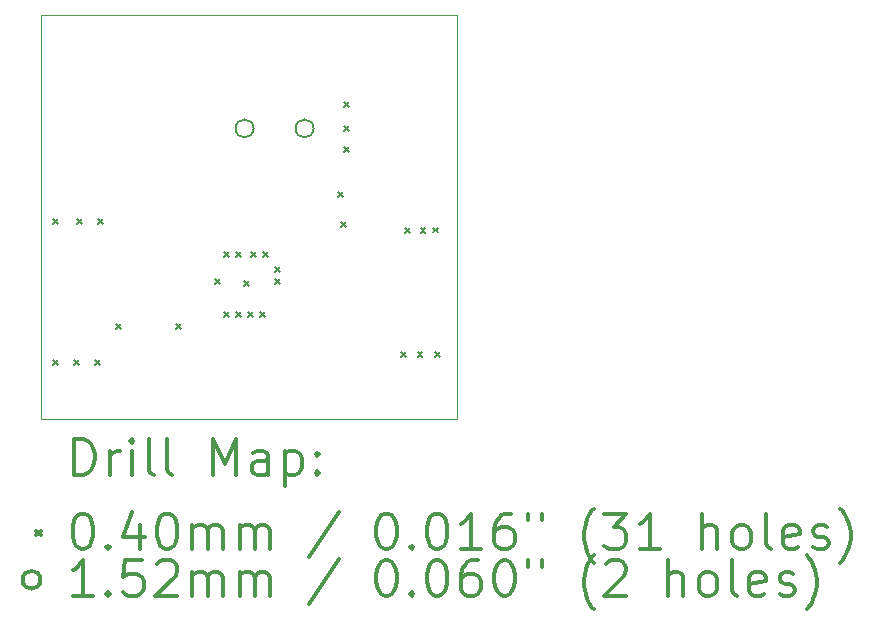
<source format=gbr>
%FSLAX45Y45*%
G04 Gerber Fmt 4.5, Leading zero omitted, Abs format (unit mm)*
G04 Created by KiCad (PCBNEW (5.1.9)-1) date 2021-06-07 18:16:48*
%MOMM*%
%LPD*%
G01*
G04 APERTURE LIST*
%TA.AperFunction,Profile*%
%ADD10C,0.050000*%
%TD*%
%ADD11C,0.200000*%
%ADD12C,0.300000*%
G04 APERTURE END LIST*
D10*
X17753584Y-11251184D02*
X17753076Y-7824216D01*
X14229588Y-7826756D02*
X17753076Y-7824216D01*
X14226032Y-11247628D02*
X14229588Y-7826756D01*
X17753584Y-11251184D02*
X14226032Y-11247628D01*
D11*
X14331000Y-9555800D02*
X14371000Y-9595800D01*
X14371000Y-9555800D02*
X14331000Y-9595800D01*
X14331000Y-10749600D02*
X14371000Y-10789600D01*
X14371000Y-10749600D02*
X14331000Y-10789600D01*
X14508800Y-10749600D02*
X14548800Y-10789600D01*
X14548800Y-10749600D02*
X14508800Y-10789600D01*
X14534200Y-9555800D02*
X14574200Y-9595800D01*
X14574200Y-9555800D02*
X14534200Y-9595800D01*
X14686600Y-10749600D02*
X14726600Y-10789600D01*
X14726600Y-10749600D02*
X14686600Y-10789600D01*
X14712000Y-9555800D02*
X14752000Y-9595800D01*
X14752000Y-9555800D02*
X14712000Y-9595800D01*
X14864400Y-10444800D02*
X14904400Y-10484800D01*
X14904400Y-10444800D02*
X14864400Y-10484800D01*
X15372400Y-10444800D02*
X15412400Y-10484800D01*
X15412400Y-10444800D02*
X15372400Y-10484800D01*
X15702600Y-10063800D02*
X15742600Y-10103800D01*
X15742600Y-10063800D02*
X15702600Y-10103800D01*
X15778800Y-9835200D02*
X15818800Y-9875200D01*
X15818800Y-9835200D02*
X15778800Y-9875200D01*
X15778800Y-10343200D02*
X15818800Y-10383200D01*
X15818800Y-10343200D02*
X15778800Y-10383200D01*
X15880400Y-9835200D02*
X15920400Y-9875200D01*
X15920400Y-9835200D02*
X15880400Y-9875200D01*
X15880400Y-10343200D02*
X15920400Y-10383200D01*
X15920400Y-10343200D02*
X15880400Y-10383200D01*
X15949000Y-10083050D02*
X15989000Y-10123050D01*
X15989000Y-10083050D02*
X15949000Y-10123050D01*
X15982000Y-10343200D02*
X16022000Y-10383200D01*
X16022000Y-10343200D02*
X15982000Y-10383200D01*
X16007400Y-9835200D02*
X16047400Y-9875200D01*
X16047400Y-9835200D02*
X16007400Y-9875200D01*
X16083600Y-10343200D02*
X16123600Y-10383200D01*
X16123600Y-10343200D02*
X16083600Y-10383200D01*
X16109000Y-9835200D02*
X16149000Y-9875200D01*
X16149000Y-9835200D02*
X16109000Y-9875200D01*
X16210600Y-9962200D02*
X16250600Y-10002200D01*
X16250600Y-9962200D02*
X16210600Y-10002200D01*
X16210600Y-10063800D02*
X16250600Y-10103800D01*
X16250600Y-10063800D02*
X16210600Y-10103800D01*
X16744000Y-9327200D02*
X16784000Y-9367200D01*
X16784000Y-9327200D02*
X16744000Y-9367200D01*
X16769400Y-9581200D02*
X16809400Y-9621200D01*
X16809400Y-9581200D02*
X16769400Y-9621200D01*
X16794800Y-8565200D02*
X16834800Y-8605200D01*
X16834800Y-8565200D02*
X16794800Y-8605200D01*
X16794800Y-8768400D02*
X16834800Y-8808400D01*
X16834800Y-8768400D02*
X16794800Y-8808400D01*
X16794800Y-8946200D02*
X16834800Y-8986200D01*
X16834800Y-8946200D02*
X16794800Y-8986200D01*
X17275368Y-10684576D02*
X17315368Y-10724576D01*
X17315368Y-10684576D02*
X17275368Y-10724576D01*
X17308388Y-9633524D02*
X17348388Y-9673524D01*
X17348388Y-9633524D02*
X17308388Y-9673524D01*
X17416084Y-10684576D02*
X17456084Y-10724576D01*
X17456084Y-10684576D02*
X17416084Y-10724576D01*
X17442500Y-9633524D02*
X17482500Y-9673524D01*
X17482500Y-9633524D02*
X17442500Y-9673524D01*
X17549180Y-9628444D02*
X17589180Y-9668444D01*
X17589180Y-9628444D02*
X17549180Y-9668444D01*
X17562896Y-10683560D02*
X17602896Y-10723560D01*
X17602896Y-10683560D02*
X17562896Y-10723560D01*
X16027200Y-8788400D02*
G75*
G03*
X16027200Y-8788400I-76000J0D01*
G01*
X16535200Y-8788400D02*
G75*
G03*
X16535200Y-8788400I-76000J0D01*
G01*
D12*
X14509960Y-11719398D02*
X14509960Y-11419398D01*
X14581389Y-11419398D01*
X14624246Y-11433684D01*
X14652818Y-11462255D01*
X14667103Y-11490827D01*
X14681389Y-11547970D01*
X14681389Y-11590827D01*
X14667103Y-11647970D01*
X14652818Y-11676541D01*
X14624246Y-11705113D01*
X14581389Y-11719398D01*
X14509960Y-11719398D01*
X14809960Y-11719398D02*
X14809960Y-11519398D01*
X14809960Y-11576541D02*
X14824246Y-11547970D01*
X14838532Y-11533684D01*
X14867103Y-11519398D01*
X14895675Y-11519398D01*
X14995675Y-11719398D02*
X14995675Y-11519398D01*
X14995675Y-11419398D02*
X14981389Y-11433684D01*
X14995675Y-11447970D01*
X15009960Y-11433684D01*
X14995675Y-11419398D01*
X14995675Y-11447970D01*
X15181389Y-11719398D02*
X15152818Y-11705113D01*
X15138532Y-11676541D01*
X15138532Y-11419398D01*
X15338532Y-11719398D02*
X15309960Y-11705113D01*
X15295675Y-11676541D01*
X15295675Y-11419398D01*
X15681389Y-11719398D02*
X15681389Y-11419398D01*
X15781389Y-11633684D01*
X15881389Y-11419398D01*
X15881389Y-11719398D01*
X16152818Y-11719398D02*
X16152818Y-11562255D01*
X16138532Y-11533684D01*
X16109960Y-11519398D01*
X16052818Y-11519398D01*
X16024246Y-11533684D01*
X16152818Y-11705113D02*
X16124246Y-11719398D01*
X16052818Y-11719398D01*
X16024246Y-11705113D01*
X16009960Y-11676541D01*
X16009960Y-11647970D01*
X16024246Y-11619398D01*
X16052818Y-11605113D01*
X16124246Y-11605113D01*
X16152818Y-11590827D01*
X16295675Y-11519398D02*
X16295675Y-11819398D01*
X16295675Y-11533684D02*
X16324246Y-11519398D01*
X16381389Y-11519398D01*
X16409960Y-11533684D01*
X16424246Y-11547970D01*
X16438532Y-11576541D01*
X16438532Y-11662255D01*
X16424246Y-11690827D01*
X16409960Y-11705113D01*
X16381389Y-11719398D01*
X16324246Y-11719398D01*
X16295675Y-11705113D01*
X16567103Y-11690827D02*
X16581389Y-11705113D01*
X16567103Y-11719398D01*
X16552818Y-11705113D01*
X16567103Y-11690827D01*
X16567103Y-11719398D01*
X16567103Y-11533684D02*
X16581389Y-11547970D01*
X16567103Y-11562255D01*
X16552818Y-11547970D01*
X16567103Y-11533684D01*
X16567103Y-11562255D01*
X14183532Y-12193684D02*
X14223532Y-12233684D01*
X14223532Y-12193684D02*
X14183532Y-12233684D01*
X14567103Y-12049398D02*
X14595675Y-12049398D01*
X14624246Y-12063684D01*
X14638532Y-12077970D01*
X14652818Y-12106541D01*
X14667103Y-12163684D01*
X14667103Y-12235113D01*
X14652818Y-12292255D01*
X14638532Y-12320827D01*
X14624246Y-12335113D01*
X14595675Y-12349398D01*
X14567103Y-12349398D01*
X14538532Y-12335113D01*
X14524246Y-12320827D01*
X14509960Y-12292255D01*
X14495675Y-12235113D01*
X14495675Y-12163684D01*
X14509960Y-12106541D01*
X14524246Y-12077970D01*
X14538532Y-12063684D01*
X14567103Y-12049398D01*
X14795675Y-12320827D02*
X14809960Y-12335113D01*
X14795675Y-12349398D01*
X14781389Y-12335113D01*
X14795675Y-12320827D01*
X14795675Y-12349398D01*
X15067103Y-12149398D02*
X15067103Y-12349398D01*
X14995675Y-12035113D02*
X14924246Y-12249398D01*
X15109960Y-12249398D01*
X15281389Y-12049398D02*
X15309960Y-12049398D01*
X15338532Y-12063684D01*
X15352818Y-12077970D01*
X15367103Y-12106541D01*
X15381389Y-12163684D01*
X15381389Y-12235113D01*
X15367103Y-12292255D01*
X15352818Y-12320827D01*
X15338532Y-12335113D01*
X15309960Y-12349398D01*
X15281389Y-12349398D01*
X15252818Y-12335113D01*
X15238532Y-12320827D01*
X15224246Y-12292255D01*
X15209960Y-12235113D01*
X15209960Y-12163684D01*
X15224246Y-12106541D01*
X15238532Y-12077970D01*
X15252818Y-12063684D01*
X15281389Y-12049398D01*
X15509960Y-12349398D02*
X15509960Y-12149398D01*
X15509960Y-12177970D02*
X15524246Y-12163684D01*
X15552818Y-12149398D01*
X15595675Y-12149398D01*
X15624246Y-12163684D01*
X15638532Y-12192255D01*
X15638532Y-12349398D01*
X15638532Y-12192255D02*
X15652818Y-12163684D01*
X15681389Y-12149398D01*
X15724246Y-12149398D01*
X15752818Y-12163684D01*
X15767103Y-12192255D01*
X15767103Y-12349398D01*
X15909960Y-12349398D02*
X15909960Y-12149398D01*
X15909960Y-12177970D02*
X15924246Y-12163684D01*
X15952818Y-12149398D01*
X15995675Y-12149398D01*
X16024246Y-12163684D01*
X16038532Y-12192255D01*
X16038532Y-12349398D01*
X16038532Y-12192255D02*
X16052818Y-12163684D01*
X16081389Y-12149398D01*
X16124246Y-12149398D01*
X16152818Y-12163684D01*
X16167103Y-12192255D01*
X16167103Y-12349398D01*
X16752818Y-12035113D02*
X16495675Y-12420827D01*
X17138532Y-12049398D02*
X17167103Y-12049398D01*
X17195675Y-12063684D01*
X17209960Y-12077970D01*
X17224246Y-12106541D01*
X17238532Y-12163684D01*
X17238532Y-12235113D01*
X17224246Y-12292255D01*
X17209960Y-12320827D01*
X17195675Y-12335113D01*
X17167103Y-12349398D01*
X17138532Y-12349398D01*
X17109960Y-12335113D01*
X17095675Y-12320827D01*
X17081389Y-12292255D01*
X17067103Y-12235113D01*
X17067103Y-12163684D01*
X17081389Y-12106541D01*
X17095675Y-12077970D01*
X17109960Y-12063684D01*
X17138532Y-12049398D01*
X17367103Y-12320827D02*
X17381389Y-12335113D01*
X17367103Y-12349398D01*
X17352818Y-12335113D01*
X17367103Y-12320827D01*
X17367103Y-12349398D01*
X17567103Y-12049398D02*
X17595675Y-12049398D01*
X17624246Y-12063684D01*
X17638532Y-12077970D01*
X17652818Y-12106541D01*
X17667103Y-12163684D01*
X17667103Y-12235113D01*
X17652818Y-12292255D01*
X17638532Y-12320827D01*
X17624246Y-12335113D01*
X17595675Y-12349398D01*
X17567103Y-12349398D01*
X17538532Y-12335113D01*
X17524246Y-12320827D01*
X17509960Y-12292255D01*
X17495675Y-12235113D01*
X17495675Y-12163684D01*
X17509960Y-12106541D01*
X17524246Y-12077970D01*
X17538532Y-12063684D01*
X17567103Y-12049398D01*
X17952818Y-12349398D02*
X17781389Y-12349398D01*
X17867103Y-12349398D02*
X17867103Y-12049398D01*
X17838532Y-12092255D01*
X17809960Y-12120827D01*
X17781389Y-12135113D01*
X18209960Y-12049398D02*
X18152818Y-12049398D01*
X18124246Y-12063684D01*
X18109960Y-12077970D01*
X18081389Y-12120827D01*
X18067103Y-12177970D01*
X18067103Y-12292255D01*
X18081389Y-12320827D01*
X18095675Y-12335113D01*
X18124246Y-12349398D01*
X18181389Y-12349398D01*
X18209960Y-12335113D01*
X18224246Y-12320827D01*
X18238532Y-12292255D01*
X18238532Y-12220827D01*
X18224246Y-12192255D01*
X18209960Y-12177970D01*
X18181389Y-12163684D01*
X18124246Y-12163684D01*
X18095675Y-12177970D01*
X18081389Y-12192255D01*
X18067103Y-12220827D01*
X18352818Y-12049398D02*
X18352818Y-12106541D01*
X18467103Y-12049398D02*
X18467103Y-12106541D01*
X18909960Y-12463684D02*
X18895675Y-12449398D01*
X18867103Y-12406541D01*
X18852818Y-12377970D01*
X18838532Y-12335113D01*
X18824246Y-12263684D01*
X18824246Y-12206541D01*
X18838532Y-12135113D01*
X18852818Y-12092255D01*
X18867103Y-12063684D01*
X18895675Y-12020827D01*
X18909960Y-12006541D01*
X18995675Y-12049398D02*
X19181389Y-12049398D01*
X19081389Y-12163684D01*
X19124246Y-12163684D01*
X19152818Y-12177970D01*
X19167103Y-12192255D01*
X19181389Y-12220827D01*
X19181389Y-12292255D01*
X19167103Y-12320827D01*
X19152818Y-12335113D01*
X19124246Y-12349398D01*
X19038532Y-12349398D01*
X19009960Y-12335113D01*
X18995675Y-12320827D01*
X19467103Y-12349398D02*
X19295675Y-12349398D01*
X19381389Y-12349398D02*
X19381389Y-12049398D01*
X19352818Y-12092255D01*
X19324246Y-12120827D01*
X19295675Y-12135113D01*
X19824246Y-12349398D02*
X19824246Y-12049398D01*
X19952818Y-12349398D02*
X19952818Y-12192255D01*
X19938532Y-12163684D01*
X19909960Y-12149398D01*
X19867103Y-12149398D01*
X19838532Y-12163684D01*
X19824246Y-12177970D01*
X20138532Y-12349398D02*
X20109960Y-12335113D01*
X20095675Y-12320827D01*
X20081389Y-12292255D01*
X20081389Y-12206541D01*
X20095675Y-12177970D01*
X20109960Y-12163684D01*
X20138532Y-12149398D01*
X20181389Y-12149398D01*
X20209960Y-12163684D01*
X20224246Y-12177970D01*
X20238532Y-12206541D01*
X20238532Y-12292255D01*
X20224246Y-12320827D01*
X20209960Y-12335113D01*
X20181389Y-12349398D01*
X20138532Y-12349398D01*
X20409960Y-12349398D02*
X20381389Y-12335113D01*
X20367103Y-12306541D01*
X20367103Y-12049398D01*
X20638532Y-12335113D02*
X20609960Y-12349398D01*
X20552818Y-12349398D01*
X20524246Y-12335113D01*
X20509960Y-12306541D01*
X20509960Y-12192255D01*
X20524246Y-12163684D01*
X20552818Y-12149398D01*
X20609960Y-12149398D01*
X20638532Y-12163684D01*
X20652818Y-12192255D01*
X20652818Y-12220827D01*
X20509960Y-12249398D01*
X20767103Y-12335113D02*
X20795675Y-12349398D01*
X20852818Y-12349398D01*
X20881389Y-12335113D01*
X20895675Y-12306541D01*
X20895675Y-12292255D01*
X20881389Y-12263684D01*
X20852818Y-12249398D01*
X20809960Y-12249398D01*
X20781389Y-12235113D01*
X20767103Y-12206541D01*
X20767103Y-12192255D01*
X20781389Y-12163684D01*
X20809960Y-12149398D01*
X20852818Y-12149398D01*
X20881389Y-12163684D01*
X20995675Y-12463684D02*
X21009960Y-12449398D01*
X21038532Y-12406541D01*
X21052818Y-12377970D01*
X21067103Y-12335113D01*
X21081389Y-12263684D01*
X21081389Y-12206541D01*
X21067103Y-12135113D01*
X21052818Y-12092255D01*
X21038532Y-12063684D01*
X21009960Y-12020827D01*
X20995675Y-12006541D01*
X14223532Y-12609684D02*
G75*
G03*
X14223532Y-12609684I-76000J0D01*
G01*
X14667103Y-12745398D02*
X14495675Y-12745398D01*
X14581389Y-12745398D02*
X14581389Y-12445398D01*
X14552818Y-12488255D01*
X14524246Y-12516827D01*
X14495675Y-12531113D01*
X14795675Y-12716827D02*
X14809960Y-12731113D01*
X14795675Y-12745398D01*
X14781389Y-12731113D01*
X14795675Y-12716827D01*
X14795675Y-12745398D01*
X15081389Y-12445398D02*
X14938532Y-12445398D01*
X14924246Y-12588255D01*
X14938532Y-12573970D01*
X14967103Y-12559684D01*
X15038532Y-12559684D01*
X15067103Y-12573970D01*
X15081389Y-12588255D01*
X15095675Y-12616827D01*
X15095675Y-12688255D01*
X15081389Y-12716827D01*
X15067103Y-12731113D01*
X15038532Y-12745398D01*
X14967103Y-12745398D01*
X14938532Y-12731113D01*
X14924246Y-12716827D01*
X15209960Y-12473970D02*
X15224246Y-12459684D01*
X15252818Y-12445398D01*
X15324246Y-12445398D01*
X15352818Y-12459684D01*
X15367103Y-12473970D01*
X15381389Y-12502541D01*
X15381389Y-12531113D01*
X15367103Y-12573970D01*
X15195675Y-12745398D01*
X15381389Y-12745398D01*
X15509960Y-12745398D02*
X15509960Y-12545398D01*
X15509960Y-12573970D02*
X15524246Y-12559684D01*
X15552818Y-12545398D01*
X15595675Y-12545398D01*
X15624246Y-12559684D01*
X15638532Y-12588255D01*
X15638532Y-12745398D01*
X15638532Y-12588255D02*
X15652818Y-12559684D01*
X15681389Y-12545398D01*
X15724246Y-12545398D01*
X15752818Y-12559684D01*
X15767103Y-12588255D01*
X15767103Y-12745398D01*
X15909960Y-12745398D02*
X15909960Y-12545398D01*
X15909960Y-12573970D02*
X15924246Y-12559684D01*
X15952818Y-12545398D01*
X15995675Y-12545398D01*
X16024246Y-12559684D01*
X16038532Y-12588255D01*
X16038532Y-12745398D01*
X16038532Y-12588255D02*
X16052818Y-12559684D01*
X16081389Y-12545398D01*
X16124246Y-12545398D01*
X16152818Y-12559684D01*
X16167103Y-12588255D01*
X16167103Y-12745398D01*
X16752818Y-12431113D02*
X16495675Y-12816827D01*
X17138532Y-12445398D02*
X17167103Y-12445398D01*
X17195675Y-12459684D01*
X17209960Y-12473970D01*
X17224246Y-12502541D01*
X17238532Y-12559684D01*
X17238532Y-12631113D01*
X17224246Y-12688255D01*
X17209960Y-12716827D01*
X17195675Y-12731113D01*
X17167103Y-12745398D01*
X17138532Y-12745398D01*
X17109960Y-12731113D01*
X17095675Y-12716827D01*
X17081389Y-12688255D01*
X17067103Y-12631113D01*
X17067103Y-12559684D01*
X17081389Y-12502541D01*
X17095675Y-12473970D01*
X17109960Y-12459684D01*
X17138532Y-12445398D01*
X17367103Y-12716827D02*
X17381389Y-12731113D01*
X17367103Y-12745398D01*
X17352818Y-12731113D01*
X17367103Y-12716827D01*
X17367103Y-12745398D01*
X17567103Y-12445398D02*
X17595675Y-12445398D01*
X17624246Y-12459684D01*
X17638532Y-12473970D01*
X17652818Y-12502541D01*
X17667103Y-12559684D01*
X17667103Y-12631113D01*
X17652818Y-12688255D01*
X17638532Y-12716827D01*
X17624246Y-12731113D01*
X17595675Y-12745398D01*
X17567103Y-12745398D01*
X17538532Y-12731113D01*
X17524246Y-12716827D01*
X17509960Y-12688255D01*
X17495675Y-12631113D01*
X17495675Y-12559684D01*
X17509960Y-12502541D01*
X17524246Y-12473970D01*
X17538532Y-12459684D01*
X17567103Y-12445398D01*
X17924246Y-12445398D02*
X17867103Y-12445398D01*
X17838532Y-12459684D01*
X17824246Y-12473970D01*
X17795675Y-12516827D01*
X17781389Y-12573970D01*
X17781389Y-12688255D01*
X17795675Y-12716827D01*
X17809960Y-12731113D01*
X17838532Y-12745398D01*
X17895675Y-12745398D01*
X17924246Y-12731113D01*
X17938532Y-12716827D01*
X17952818Y-12688255D01*
X17952818Y-12616827D01*
X17938532Y-12588255D01*
X17924246Y-12573970D01*
X17895675Y-12559684D01*
X17838532Y-12559684D01*
X17809960Y-12573970D01*
X17795675Y-12588255D01*
X17781389Y-12616827D01*
X18138532Y-12445398D02*
X18167103Y-12445398D01*
X18195675Y-12459684D01*
X18209960Y-12473970D01*
X18224246Y-12502541D01*
X18238532Y-12559684D01*
X18238532Y-12631113D01*
X18224246Y-12688255D01*
X18209960Y-12716827D01*
X18195675Y-12731113D01*
X18167103Y-12745398D01*
X18138532Y-12745398D01*
X18109960Y-12731113D01*
X18095675Y-12716827D01*
X18081389Y-12688255D01*
X18067103Y-12631113D01*
X18067103Y-12559684D01*
X18081389Y-12502541D01*
X18095675Y-12473970D01*
X18109960Y-12459684D01*
X18138532Y-12445398D01*
X18352818Y-12445398D02*
X18352818Y-12502541D01*
X18467103Y-12445398D02*
X18467103Y-12502541D01*
X18909960Y-12859684D02*
X18895675Y-12845398D01*
X18867103Y-12802541D01*
X18852818Y-12773970D01*
X18838532Y-12731113D01*
X18824246Y-12659684D01*
X18824246Y-12602541D01*
X18838532Y-12531113D01*
X18852818Y-12488255D01*
X18867103Y-12459684D01*
X18895675Y-12416827D01*
X18909960Y-12402541D01*
X19009960Y-12473970D02*
X19024246Y-12459684D01*
X19052818Y-12445398D01*
X19124246Y-12445398D01*
X19152818Y-12459684D01*
X19167103Y-12473970D01*
X19181389Y-12502541D01*
X19181389Y-12531113D01*
X19167103Y-12573970D01*
X18995675Y-12745398D01*
X19181389Y-12745398D01*
X19538532Y-12745398D02*
X19538532Y-12445398D01*
X19667103Y-12745398D02*
X19667103Y-12588255D01*
X19652818Y-12559684D01*
X19624246Y-12545398D01*
X19581389Y-12545398D01*
X19552818Y-12559684D01*
X19538532Y-12573970D01*
X19852818Y-12745398D02*
X19824246Y-12731113D01*
X19809960Y-12716827D01*
X19795675Y-12688255D01*
X19795675Y-12602541D01*
X19809960Y-12573970D01*
X19824246Y-12559684D01*
X19852818Y-12545398D01*
X19895675Y-12545398D01*
X19924246Y-12559684D01*
X19938532Y-12573970D01*
X19952818Y-12602541D01*
X19952818Y-12688255D01*
X19938532Y-12716827D01*
X19924246Y-12731113D01*
X19895675Y-12745398D01*
X19852818Y-12745398D01*
X20124246Y-12745398D02*
X20095675Y-12731113D01*
X20081389Y-12702541D01*
X20081389Y-12445398D01*
X20352818Y-12731113D02*
X20324246Y-12745398D01*
X20267103Y-12745398D01*
X20238532Y-12731113D01*
X20224246Y-12702541D01*
X20224246Y-12588255D01*
X20238532Y-12559684D01*
X20267103Y-12545398D01*
X20324246Y-12545398D01*
X20352818Y-12559684D01*
X20367103Y-12588255D01*
X20367103Y-12616827D01*
X20224246Y-12645398D01*
X20481389Y-12731113D02*
X20509960Y-12745398D01*
X20567103Y-12745398D01*
X20595675Y-12731113D01*
X20609960Y-12702541D01*
X20609960Y-12688255D01*
X20595675Y-12659684D01*
X20567103Y-12645398D01*
X20524246Y-12645398D01*
X20495675Y-12631113D01*
X20481389Y-12602541D01*
X20481389Y-12588255D01*
X20495675Y-12559684D01*
X20524246Y-12545398D01*
X20567103Y-12545398D01*
X20595675Y-12559684D01*
X20709960Y-12859684D02*
X20724246Y-12845398D01*
X20752818Y-12802541D01*
X20767103Y-12773970D01*
X20781389Y-12731113D01*
X20795675Y-12659684D01*
X20795675Y-12602541D01*
X20781389Y-12531113D01*
X20767103Y-12488255D01*
X20752818Y-12459684D01*
X20724246Y-12416827D01*
X20709960Y-12402541D01*
M02*

</source>
